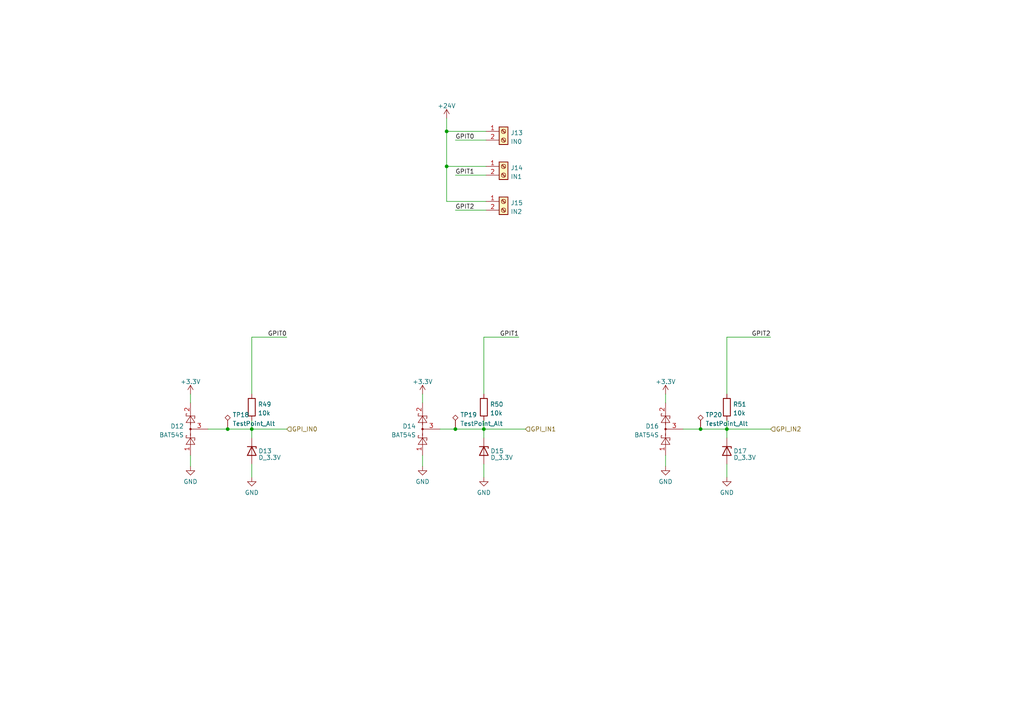
<source format=kicad_sch>
(kicad_sch (version 20211123) (generator eeschema)
  (paper "A4")
  (title_block (title "FloatPUMP Schematics") (date "2022-11-11") (rev "1.0") (company "robtor.de") (comment 1 "Controller board for up to 3 water pumps") (comment 2 "measuring capabilities with piezoresistive pressure sensors") (comment 3 "sensor input Range 4mA-20mA"))
  (lib_symbols
    (symbol "Connector:Screw_Terminal_01x02" (pin_names (offset 1.016) hide)
      (property "Reference" "J" (at 0 2.54 0))
      (property "Value" "Screw_Terminal_01x02" (at 0 -5.08 0))
      (symbol "Screw_Terminal_01x02_1_1"
        (rectangle (start -1.27 1.27) (end 1.27 -3.81) (stroke (width 0.254)) (fill (type background)))
        (circle (center 0 -2.54) (radius 0.635) (stroke (width 0.1524)))
        (polyline (pts (xy -0.5334 -2.2098) (xy 0.3302 -3.048)) (stroke (width 0.1524)))
        (polyline (pts (xy -0.5334 0.3302) (xy 0.3302 -0.508)) (stroke (width 0.1524)))
        (polyline (pts (xy -0.3556 -2.032) (xy 0.508 -2.8702)) (stroke (width 0.1524)))
        (polyline (pts (xy -0.3556 0.508) (xy 0.508 -0.3302)) (stroke (width 0.1524)))
        (circle (center 0 0) (radius 0.635) (stroke (width 0.1524)))
        (pin passive line (at -5.08 0 0) (length 3.81) (name "Pin_1") (number "1"))
        (pin passive line (at -5.08 -2.54 0) (length 3.81) (name "Pin_2") (number "2"))
      )
    )
    (symbol "Connector:TestPoint_Alt" (pin_numbers hide) (pin_names (offset 0.762) hide)
      (property "Reference" "TP" (at 0 6.858 0))
      (property "Value" "TestPoint_Alt" (at 0 5.08 0))
      (symbol "TestPoint_Alt_0_1"
        (polyline (pts (xy 0 2.54) (xy -0.762 3.302) (xy 0 4.064) (xy 0.762 3.302) (xy 0 2.54)))
      )
      (symbol "TestPoint_Alt_1_1"
        (pin passive line (at 0 0 90) (length 2.54) (name "1") (number "1"))
      )
    )
    (symbol "D_Zener_1" (pin_numbers hide) (pin_names (offset 1.016) hide)
      (property "Reference" "D?" (at 2.032 0.8347 90))
      (property "Value" "D_Zener_1" (at 2.032 -1.7022 90))
      (symbol "D_Zener_1_0_1"
        (polyline (pts (xy 1.27 0) (xy -1.27 0)))
        (polyline (pts (xy -1.27 -1.27) (xy -1.27 1.27) (xy -0.762 1.27)) (stroke (width 0.254)))
        (polyline (pts (xy 1.27 -1.27) (xy 1.27 1.27) (xy -1.27 0) (xy 1.27 -1.27)) (stroke (width 0.254)))
      )
      (symbol "D_Zener_1_1_1"
        (pin passive line (at 3.81 0 180) (length 2.54) (name "A") (number "1"))
        (pin passive line (at -3.81 0 0) (length 2.54) (name "K") (number "3"))
      )
    )
    (symbol "Device:R" (pin_numbers hide) (pin_names (offset 0))
      (property "Reference" "R" (at 2.032 0 90))
      (property "Value" "R" (at 0 0 90))
      (symbol "R_0_1"
        (rectangle (start -1.016 -2.54) (end 1.016 2.54) (stroke (width 0.254)))
      )
      (symbol "R_1_1"
        (pin passive line (at 0 3.81 270) (length 1.27) (name "~") (number "1"))
        (pin passive line (at 0 -3.81 90) (length 1.27) (name "~") (number "2"))
      )
    )
    (symbol "Diode:BAT54S" (pin_names (offset 1.016))
      (property "Reference" "D" (at 0.635 -3.81 0))
      (property "Value" "BAT54S" (at -6.35 3.175 0))
      (symbol "BAT54S_0_1"
        (polyline (pts (xy -3.81 0) (xy -1.27 0)))
        (polyline (pts (xy -3.175 -1.27) (xy -3.175 -1.016)))
        (polyline (pts (xy -2.54 -1.27) (xy -3.175 -1.27)))
        (polyline (pts (xy -2.54 -1.27) (xy -2.54 1.27)))
        (polyline (pts (xy -2.54 1.27) (xy -1.905 1.27)))
        (polyline (pts (xy -1.905 0) (xy 1.905 0)))
        (polyline (pts (xy -1.905 1.27) (xy -1.905 1.016)))
        (polyline (pts (xy 1.27 0) (xy 3.81 0)))
        (polyline (pts (xy 3.175 -1.27) (xy 3.175 -1.016)))
        (polyline (pts (xy 3.81 -1.27) (xy 3.175 -1.27)))
        (polyline (pts (xy 3.81 -1.27) (xy 3.81 1.27)))
        (polyline (pts (xy 3.81 1.27) (xy 4.445 1.27)))
        (polyline (pts (xy 4.445 1.27) (xy 4.445 1.016)))
        (polyline (pts (xy -4.445 1.27) (xy -4.445 -1.27) (xy -2.54 0) (xy -4.445 1.27)))
        (polyline (pts (xy 1.905 1.27) (xy 1.905 -1.27) (xy 3.81 0) (xy 1.905 1.27)))
        (circle (center 0 0) (radius 0.254) (fill (type outline)))
      )
      (symbol "BAT54S_1_1"
        (pin passive line (at -7.62 0 0) (length 3.81) (name "~") (number "1"))
        (pin passive line (at 7.62 0 180) (length 3.81) (name "~") (number "2"))
        (pin passive line (at 0 -5.08 90) (length 5.08) (name "~") (number "3"))
      )
    )
    (symbol "power:+24V" (power) (pin_names (offset 0))
      (property "Value" "+24V" (at 0 3.556 0))
      (symbol "+24V_0_1"
        (polyline (pts (xy -0.762 1.27) (xy 0 2.54)))
        (polyline (pts (xy 0 0) (xy 0 2.54)))
        (polyline (pts (xy 0 2.54) (xy 0.762 1.27)))
      )
      (symbol "+24V_1_1"
        (pin power_in line (at 0 0 90) (length 0) hide (name "+24V") (number "1"))
      )
    )
    (symbol "power:+3.3V" (power) (pin_names (offset 0))
      (property "Value" "+3.3V" (at 0 3.556 0))
      (symbol "+3.3V_0_1"
        (polyline (pts (xy -0.762 1.27) (xy 0 2.54)))
        (polyline (pts (xy 0 0) (xy 0 2.54)))
        (polyline (pts (xy 0 2.54) (xy 0.762 1.27)))
      )
      (symbol "+3.3V_1_1"
        (pin power_in line (at 0 0 90) (length 0) hide (name "+3.3V") (number "1"))
      )
    )
    (symbol "power:GND" (power) (pin_names (offset 0))
      (property "Value" "GND" (at 0 -3.81 0))
      (symbol "GND_0_1"
        (polyline (pts (xy 0 0) (xy 0 -1.27) (xy 1.27 -1.27) (xy 0 -2.54) (xy -1.27 -1.27) (xy 0 -1.27)))
      )
      (symbol "GND_1_1"
        (pin power_in line (at 0 0 270) (length 0) hide (name "GND") (number "1"))
      )
    )
  )
  (junction (at 203.2 124.46))
  (junction (at 66.04 124.46))
  (junction (at 73.025 124.46))
  (junction (at 129.54 38.1))
  (junction (at 129.54 48.26))
  (junction (at 132.08 124.46))
  (junction (at 210.82 124.46))
  (junction (at 140.335 124.46))
  (wire (pts (xy 140.97 58.42) (xy 129.54 58.42)))
  (wire (pts (xy 140.335 134.62) (xy 140.335 138.43)))
  (wire (pts (xy 210.82 114.3) (xy 210.82 97.79)))
  (wire (pts (xy 66.04 124.46) (xy 73.025 124.46)))
  (wire (pts (xy 129.54 38.1) (xy 129.54 48.26)))
  (wire (pts (xy 198.12 124.46) (xy 203.2 124.46)))
  (wire (pts (xy 132.08 60.96) (xy 140.97 60.96)))
  (wire (pts (xy 73.025 121.92) (xy 73.025 124.46)))
  (wire (pts (xy 140.335 121.92) (xy 140.335 124.46)))
  (wire (pts (xy 73.025 124.46) (xy 73.025 127)))
  (wire (pts (xy 122.555 114.3) (xy 122.555 116.84)))
  (wire (pts (xy 129.54 58.42) (xy 129.54 48.26)))
  (wire (pts (xy 73.025 124.46) (xy 83.185 124.46)))
  (wire (pts (xy 73.025 114.3) (xy 73.025 97.79)))
  (wire (pts (xy 210.82 124.46) (xy 210.82 127)))
  (wire (pts (xy 129.54 48.26) (xy 140.97 48.26)))
  (wire (pts (xy 210.82 124.46) (xy 223.52 124.46)))
  (wire (pts (xy 132.08 40.64) (xy 140.97 40.64)))
  (wire (pts (xy 55.245 114.3) (xy 55.245 116.84)))
  (wire (pts (xy 55.245 132.08) (xy 55.245 135.255)))
  (wire (pts (xy 210.82 121.92) (xy 210.82 124.46)))
  (wire (pts (xy 127.635 124.46) (xy 132.08 124.46)))
  (wire (pts (xy 140.97 38.1) (xy 129.54 38.1)))
  (wire (pts (xy 73.025 134.62) (xy 73.025 138.43)))
  (wire (pts (xy 60.325 124.46) (xy 66.04 124.46)))
  (wire (pts (xy 73.025 97.79) (xy 83.185 97.79)))
  (wire (pts (xy 210.82 97.79) (xy 223.52 97.79)))
  (wire (pts (xy 140.335 97.79) (xy 150.495 97.79)))
  (wire (pts (xy 129.54 34.29) (xy 129.54 38.1)))
  (wire (pts (xy 193.04 114.3) (xy 193.04 116.84)))
  (wire (pts (xy 203.2 124.46) (xy 210.82 124.46)))
  (wire (pts (xy 140.335 97.79) (xy 140.335 114.3)))
  (wire (pts (xy 132.08 50.8) (xy 140.97 50.8)))
  (wire (pts (xy 122.555 132.08) (xy 122.555 135.255)))
  (wire (pts (xy 140.335 124.46) (xy 152.4 124.46)))
  (wire (pts (xy 140.335 124.46) (xy 140.335 127)))
  (wire (pts (xy 132.08 124.46) (xy 140.335 124.46)))
  (wire (pts (xy 193.04 132.08) (xy 193.04 135.255)))
  (wire (pts (xy 210.82 134.62) (xy 210.82 138.43)))
  (label "GPIT1" (at 150.495 97.79 180))
  (label "GPIT1" (at 132.08 50.8 0))
  (label "GPIT0" (at 83.185 97.79 180))
  (label "GPIT0" (at 132.08 40.64 0))
  (label "GPIT2" (at 132.08 60.96 0))
  (label "GPIT2" (at 223.52 97.79 180))
  (hierarchical_label "GPI_IN0" (shape input) (at 83.185 124.46 0))
  (hierarchical_label "GPI_IN2" (shape input) (at 223.52 124.46 0))
  (hierarchical_label "GPI_IN1" (shape input) (at 152.4 124.46 0))
  (symbol (lib_id "power:+24V") (at 129.54 34.29 0) (unit 1)
    (property "Reference" "#PWR065" (effects hide))
    (property "Value" "+24V" (at 129.54 30.7142 0))
  )
  (symbol (lib_id "power:GND") (at 73.025 138.43 0) (unit 1)
    (property "Reference" "#PWR063" (effects hide))
    (property "Value" "GND" (at 73.025 142.8734 0))
  )
  (symbol (lib_name "D_Zener_1") (lib_id "Device:D_Zener") (at 210.82 130.81 270) (unit 1)
    (property "Reference" "D17" (at 212.725 130.81 90) (effects (justify left)))
    (property "Value" "D_3.3V" (at 212.725 132.715 90) (effects (justify left)))
    (property "Footprint" "Package_TO_SOT_SMD:SOT-23" (effects hide))
    (property "Datasheet" "https://datasheet.lcsc.com/lcsc/1809191825_LRC-LBZX84C3V3LT1G_C12745.pdf" (effects hide))
  )
  (symbol (lib_id "Connector:Screw_Terminal_01x02") (at 146.05 38.1 0) (unit 1)
    (property "Reference" "J13" (at 148.082 38.5353 0) (effects (justify left)))
    (property "Value" "IN0" (at 148.082 41.0722 0) (effects (justify left)))
    (property "Footprint" "Connector_PinHeader_2.54mm:PinHeader_1x02_P2.54mm_Vertical" (effects hide))
  )
  (symbol (lib_name "D_Zener_1") (lib_id "Device:D_Zener") (at 73.025 130.81 270) (unit 1)
    (property "Reference" "D13" (at 74.93 130.81 90) (effects (justify left)))
    (property "Value" "D_3.3V" (at 74.93 132.715 90) (effects (justify left)))
    (property "Footprint" "Package_TO_SOT_SMD:SOT-23" (effects hide))
    (property "Datasheet" "https://datasheet.lcsc.com/lcsc/1809191825_LRC-LBZX84C3V3LT1G_C12745.pdf" (effects hide))
  )
  (symbol (lib_id "Connector:TestPoint_Alt") (at 203.2 124.46 0) (unit 1)
    (property "Reference" "TP20" (at 204.597 120.3233 0) (effects (justify left)))
    (property "Value" "TestPoint_Alt" (at 204.597 122.8602 0) (effects (justify left)))
    (property "Footprint" "TestPoint:TestPoint_Pad_D1.0mm" (effects hide))
  )
  (symbol (lib_id "Device:R") (at 210.82 118.11 0) (unit 1)
    (property "Reference" "R51" (at 212.598 117.2753 0) (effects (justify left)))
    (property "Value" "10k" (at 212.598 119.8122 0) (effects (justify left)))
    (property "Footprint" "Resistor_SMD:R_0603_1608Metric" (effects hide))
    (property "JLCPCB" "C238881" (effects hide))
  )
  (symbol (lib_id "Diode:BAT54S") (at 193.04 124.46 90) (unit 1)
    (property "Reference" "D16" (at 191.135 123.6253 90) (effects (justify left)))
    (property "Value" "BAT54S" (at 191.135 126.1622 90) (effects (justify left)))
    (property "Footprint" "Package_TO_SOT_SMD:SOT-23" (effects hide))
    (property "Datasheet" "https://www.diodes.com/assets/Datasheets/ds11005.pdf" (effects hide))
    (property "JLCPCB" "C2762214" (effects hide))
  )
  (symbol (lib_id "Connector:Screw_Terminal_01x02") (at 146.05 58.42 0) (unit 1)
    (property "Reference" "J15" (at 148.082 58.8553 0) (effects (justify left)))
    (property "Value" "IN2" (at 148.082 61.3922 0) (effects (justify left)))
    (property "Footprint" "Connector_PinHeader_2.54mm:PinHeader_1x02_P2.54mm_Vertical" (effects hide))
  )
  (symbol (lib_id "Connector:TestPoint_Alt") (at 132.08 124.46 0) (unit 1)
    (property "Reference" "TP19" (at 133.477 120.3233 0) (effects (justify left)))
    (property "Value" "TestPoint_Alt" (at 133.477 122.8602 0) (effects (justify left)))
    (property "Footprint" "TestPoint:TestPoint_Pad_D1.0mm" (effects hide))
  )
  (symbol (lib_id "Device:R") (at 73.025 118.11 0) (unit 1)
    (property "Reference" "R49" (at 74.803 117.2753 0) (effects (justify left)))
    (property "Value" "10k" (at 74.803 119.8122 0) (effects (justify left)))
    (property "Footprint" "Resistor_SMD:R_0603_1608Metric" (effects hide))
    (property "JLCPCB" "C238881" (effects hide))
  )
  (symbol (lib_id "power:GND") (at 55.245 135.255 0) (unit 1)
    (property "Reference" "#PWR0106" (effects hide))
    (property "Value" "GND" (at 55.245 139.6984 0))
  )
  (symbol (lib_id "power:GND") (at 122.555 135.255 0) (unit 1)
    (property "Reference" "#PWR0104" (effects hide))
    (property "Value" "GND" (at 122.555 139.6984 0))
  )
  (symbol (lib_id "power:GND") (at 193.04 135.255 0) (unit 1)
    (property "Reference" "#PWR0109" (effects hide))
    (property "Value" "GND" (at 193.04 139.6984 0))
  )
  (symbol (lib_id "power:GND") (at 210.82 138.43 0) (unit 1)
    (property "Reference" "#PWR0108" (effects hide))
    (property "Value" "GND" (at 210.82 142.8734 0))
  )
  (symbol (lib_id "Diode:BAT54S") (at 122.555 124.46 90) (unit 1)
    (property "Reference" "D14" (at 120.65 123.6253 90) (effects (justify left)))
    (property "Value" "BAT54S" (at 120.65 126.1622 90) (effects (justify left)))
    (property "Footprint" "Package_TO_SOT_SMD:SOT-23" (effects hide))
    (property "Datasheet" "https://www.diodes.com/assets/Datasheets/ds11005.pdf" (effects hide))
    (property "JLCPCB" "C2762214" (effects hide))
  )
  (symbol (lib_id "power:+3.3V") (at 193.04 114.3 0) (unit 1)
    (property "Reference" "#PWR0110" (effects hide))
    (property "Value" "+3.3V" (at 193.04 110.7242 0))
  )
  (symbol (lib_name "D_Zener_1") (lib_id "Device:D_Zener") (at 140.335 130.81 270) (unit 1)
    (property "Reference" "D15" (at 142.24 130.81 90) (effects (justify left)))
    (property "Value" "D_3.3V" (at 142.24 132.715 90) (effects (justify left)))
    (property "Footprint" "Package_TO_SOT_SMD:SOT-23" (effects hide))
    (property "Datasheet" "https://datasheet.lcsc.com/lcsc/1809191825_LRC-LBZX84C3V3LT1G_C12745.pdf" (effects hide))
  )
  (symbol (lib_id "Connector:TestPoint_Alt") (at 66.04 124.46 0) (unit 1)
    (property "Reference" "TP18" (at 67.437 120.3233 0) (effects (justify left)))
    (property "Value" "TestPoint_Alt" (at 67.437 122.8602 0) (effects (justify left)))
    (property "Footprint" "TestPoint:TestPoint_Pad_D1.0mm" (effects hide))
  )
  (symbol (lib_id "power:+3.3V") (at 55.245 114.3 0) (unit 1)
    (property "Reference" "#PWR0107" (effects hide))
    (property "Value" "+3.3V" (at 55.245 110.7242 0))
  )
  (symbol (lib_id "Connector:Screw_Terminal_01x02") (at 146.05 48.26 0) (unit 1)
    (property "Reference" "J14" (at 148.082 48.6953 0) (effects (justify left)))
    (property "Value" "IN1" (at 148.082 51.2322 0) (effects (justify left)))
    (property "Footprint" "Connector_PinHeader_2.54mm:PinHeader_1x02_P2.54mm_Vertical" (effects hide))
  )
  (symbol (lib_id "Diode:BAT54S") (at 55.245 124.46 90) (unit 1)
    (property "Reference" "D12" (at 53.34 123.6253 90) (effects (justify left)))
    (property "Value" "BAT54S" (at 53.34 126.1622 90) (effects (justify left)))
    (property "Footprint" "Package_TO_SOT_SMD:SOT-23" (effects hide))
    (property "Datasheet" "https://www.diodes.com/assets/Datasheets/ds11005.pdf" (effects hide))
    (property "JLCPCB" "C2762214" (effects hide))
  )
  (symbol (lib_id "power:+3.3V") (at 122.555 114.3 0) (unit 1)
    (property "Reference" "#PWR0105" (effects hide))
    (property "Value" "+3.3V" (at 122.555 110.7242 0))
  )
  (symbol (lib_id "Device:R") (at 140.335 118.11 0) (unit 1)
    (property "Reference" "R50" (at 142.113 117.2753 0) (effects (justify left)))
    (property "Value" "10k" (at 142.113 119.8122 0) (effects (justify left)))
    (property "Footprint" "Resistor_SMD:R_0603_1608Metric" (effects hide))
    (property "JLCPCB" "C238881" (effects hide))
  )
  (symbol (lib_id "power:GND") (at 140.335 138.43 0) (unit 1)
    (property "Reference" "#PWR0103" (effects hide))
    (property "Value" "GND" (at 140.335 142.8734 0))
  )
)
</source>
